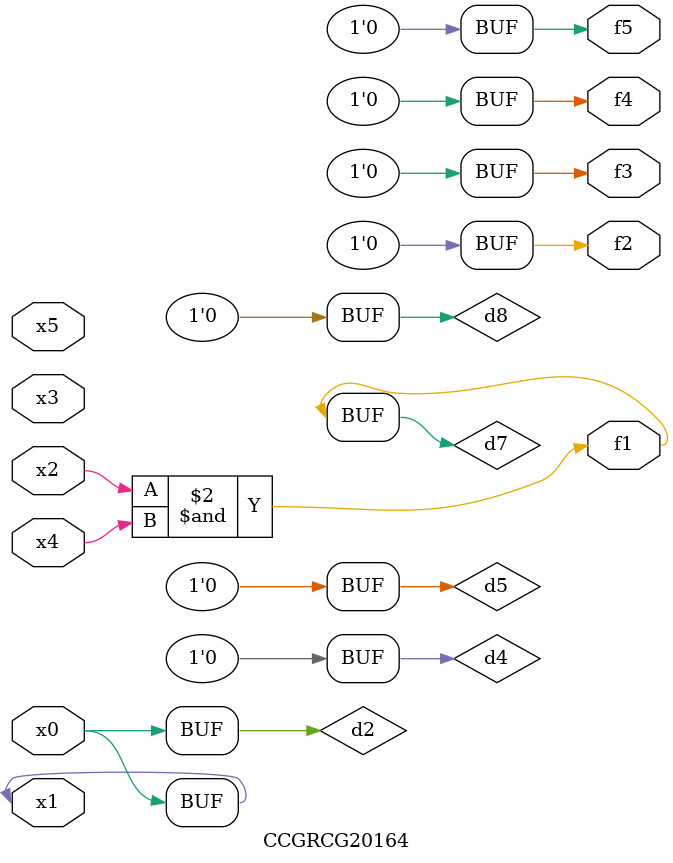
<source format=v>
module CCGRCG20164(
	input x0, x1, x2, x3, x4, x5,
	output f1, f2, f3, f4, f5
);

	wire d1, d2, d3, d4, d5, d6, d7, d8, d9;

	nand (d1, x1);
	buf (d2, x0, x1);
	nand (d3, x2, x4);
	and (d4, d1, d2);
	and (d5, d1, d2);
	nand (d6, d1, d3);
	not (d7, d3);
	xor (d8, d5);
	nor (d9, d5, d6);
	assign f1 = d7;
	assign f2 = d8;
	assign f3 = d8;
	assign f4 = d8;
	assign f5 = d8;
endmodule

</source>
